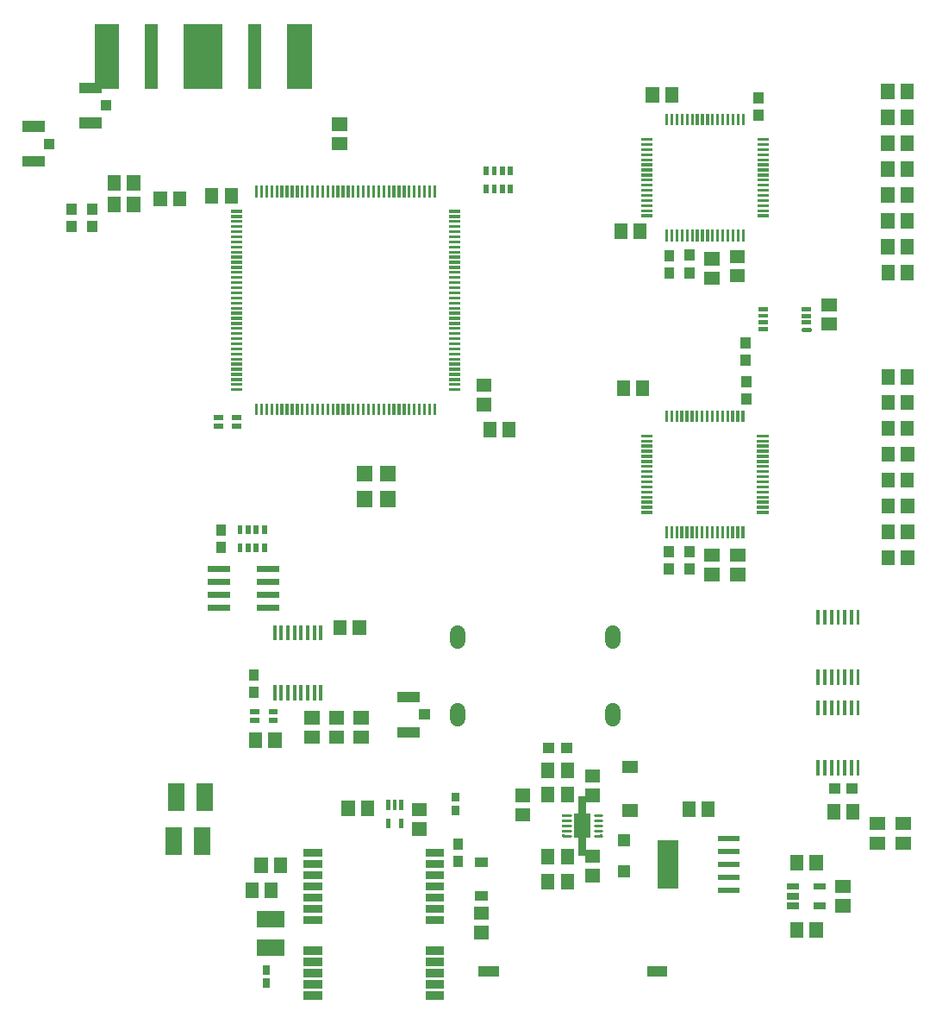
<source format=gbr>
G04 start of page 12 for group -4015 idx -4015 *
G04 Title: (unknown), toppaste *
G04 Creator: pcb 20091103 *
G04 CreationDate: Mon 12 Dec 2011 01:01:08 AM GMT UTC *
G04 For: haunma *
G04 Format: Gerber/RS-274X *
G04 PCB-Dimensions: 360000 400000 *
G04 PCB-Coordinate-Origin: lower left *
%MOIN*%
%FSLAX25Y25*%
%LNFRONTPASTE*%
%ADD11C,0.0200*%
%ADD13C,0.0100*%
%ADD19C,0.0160*%
%ADD23C,0.0600*%
%ADD52R,0.0512X0.0512*%
%ADD53R,0.0154X0.0154*%
%ADD54R,0.0276X0.0276*%
%ADD55R,0.0315X0.0315*%
%ADD56R,0.0394X0.0394*%
%ADD57R,0.0591X0.0591*%
%ADD58R,0.0394X0.0394*%
%ADD59R,0.0413X0.0413*%
%ADD60R,0.0360X0.0360*%
%ADD61R,0.0650X0.0650*%
%ADD62R,0.0307X0.0307*%
%ADD63R,0.0472X0.0472*%
%ADD64R,0.0831X0.0831*%
%ADD65R,0.0201X0.0201*%
%ADD66R,0.0130X0.0130*%
%ADD67R,0.0240X0.0240*%
%ADD68R,0.0197X0.0197*%
%ADD69R,0.0110X0.0110*%
%ADD70R,0.0950X0.0950*%
%ADD71R,0.0500X0.0500*%
%ADD72R,0.0630X0.0630*%
%ADD73R,0.0160X0.0160*%
G54D56*X24000Y327943D02*Y327549D01*
Y321251D02*Y320857D01*
G54D58*X37206Y367900D02*X37402D01*
G54D59*X29036Y374691D02*X33564D01*
X29036Y361109D02*X33564D01*
G54D58*X15206Y353000D02*X15402D01*
G54D59*X7036Y359791D02*X11564D01*
X7036Y346209D02*X11564D01*
G54D52*X95200Y123100D02*Y122314D01*
X102680Y123100D02*Y122314D01*
G54D56*X173500Y75851D02*Y75457D01*
Y82543D02*Y82149D01*
G54D54*X172500Y100952D02*Y100165D01*
Y95835D02*Y95048D01*
G54D52*X116707Y131240D02*X117493D01*
X116707Y123760D02*X117493D01*
G54D60*X181900Y62550D02*X183100D01*
X181900Y75450D02*X183100D01*
G54D52*X93760Y65093D02*Y64307D01*
X101240Y65093D02*Y64307D01*
X97360Y74693D02*Y73907D01*
X104840Y74693D02*Y73907D01*
G54D55*X115409Y79059D02*X119346D01*
X115409Y74728D02*X119346D01*
X115409Y70398D02*X119346D01*
X115409Y66067D02*X119346D01*
X115409Y61736D02*X119346D01*
X115409Y57406D02*X119346D01*
X115409Y53075D02*X119346D01*
X115409Y41264D02*X119346D01*
X115409Y36933D02*X119346D01*
X115409Y32602D02*X119346D01*
X115409Y28272D02*X119346D01*
X115409Y23941D02*X119346D01*
X162654D02*X166591D01*
X162654Y28272D02*X166591D01*
X162654Y32602D02*X166591D01*
X162654Y36933D02*X166591D01*
X162654Y41264D02*X166591D01*
X162654Y53075D02*X166591D01*
X162654Y57406D02*X166591D01*
X162654Y61736D02*X166591D01*
X162654Y66067D02*X166591D01*
X162654Y70398D02*X166591D01*
X162654Y74728D02*X166591D01*
X162654Y79059D02*X166591D01*
G54D54*X99400Y29135D02*Y28348D01*
Y34252D02*Y33465D01*
G54D72*X74511Y85865D02*Y81535D01*
X63489Y85865D02*Y81535D01*
G54D56*X183398Y33398D02*X187335D01*
X248555D02*X252492D01*
G54D52*X182107Y48260D02*X182893D01*
X182107Y55740D02*X182893D01*
G54D53*X151559Y98744D02*Y96342D01*
X149000Y98744D02*Y96342D01*
X146441Y98744D02*Y96342D01*
Y91658D02*Y89256D01*
X151559Y91658D02*Y89256D01*
G54D72*X98935Y42389D02*X103265D01*
X98935Y53411D02*X103265D01*
X75511Y102665D02*Y98335D01*
X64489Y102665D02*Y98335D01*
G54D65*X275162Y64500D02*X281460D01*
X275162Y69500D02*X281460D01*
X275162Y74500D02*X281460D01*
X275162Y79500D02*X281460D01*
X275162Y84500D02*X281460D01*
G54D64*X254689Y79638D02*Y69362D01*
G54D13*X214132Y93485D02*X216847D01*
G54D11*G36*
X213632Y93985D02*Y92985D01*
X214632D01*
Y93985D01*
X213632D01*
G37*
G54D13*X214132Y91516D02*X216847D01*
G54D11*G36*
X213632Y92016D02*Y91016D01*
X214632D01*
Y92016D01*
X213632D01*
G37*
G54D13*X214132Y89548D02*X216847D01*
G54D11*G36*
X213632Y90048D02*Y89048D01*
X214632D01*
Y90048D01*
X213632D01*
G37*
G54D13*X214132Y87580D02*X216847D01*
G54D11*G36*
X213632Y88080D02*Y87080D01*
X214632D01*
Y88080D01*
X213632D01*
G37*
G54D13*X214132Y85611D02*X216847D01*
G54D11*G36*
X213632Y86111D02*Y85111D01*
X214632D01*
Y86111D01*
X213632D01*
G37*
G54D13*X226217Y85611D02*X228932D01*
G54D11*G36*
X228432Y86111D02*Y85111D01*
X229432D01*
Y86111D01*
X228432D01*
G37*
G54D13*X226217Y87580D02*X228932D01*
G54D11*G36*
X228432Y88080D02*Y87080D01*
X229432D01*
Y88080D01*
X228432D01*
G37*
G54D13*X226217Y89548D02*X228932D01*
G54D11*G36*
X228432Y90048D02*Y89048D01*
X229432D01*
Y90048D01*
X228432D01*
G37*
G54D13*X226217Y91516D02*X228932D01*
G54D11*G36*
X228432Y92016D02*Y91016D01*
X229432D01*
Y92016D01*
X228432D01*
G37*
G54D13*X226217Y93485D02*X228932D01*
G54D11*G36*
X228432Y93985D02*Y92985D01*
X229432D01*
Y93985D01*
X228432D01*
G37*
G54D61*X221532Y91024D02*Y88072D01*
G54D62*Y99548D02*Y79548D01*
G54D11*G36*
X235238Y86168D02*Y81444D01*
X239962D01*
Y86168D01*
X235238D01*
G37*
G36*
Y74356D02*Y69632D01*
X239962D01*
Y74356D01*
X235238D01*
G37*
G54D56*X215149Y119500D02*X215543D01*
X208457D02*X208851D01*
G54D52*X225107Y108740D02*X225893D01*
X225107Y101260D02*X225893D01*
G54D56*X255176Y310129D02*Y309735D01*
Y303437D02*Y303043D01*
G54D69*X283663Y249534D02*Y246136D01*
X281695Y249534D02*Y246136D01*
X279726Y249534D02*Y246136D01*
X277758Y249534D02*Y246136D01*
X275789Y249534D02*Y246136D01*
X273821Y249534D02*Y246136D01*
X271852Y249534D02*Y246136D01*
X269884Y249534D02*Y246136D01*
X267915Y249534D02*Y246136D01*
X265947Y249534D02*Y246136D01*
X263978Y249534D02*Y246136D01*
X262010Y249534D02*Y246136D01*
X260041Y249534D02*Y246136D01*
X258073Y249534D02*Y246136D01*
X256104Y249534D02*Y246136D01*
X254136Y249534D02*Y246136D01*
X244766Y240163D02*X248164D01*
X244766Y238195D02*X248164D01*
X244766Y236226D02*X248164D01*
X244766Y234258D02*X248164D01*
X244766Y232289D02*X248164D01*
X244766Y230321D02*X248164D01*
X244766Y228352D02*X248164D01*
X244766Y226384D02*X248164D01*
X244766Y224415D02*X248164D01*
X244766Y222447D02*X248164D01*
X244766Y220478D02*X248164D01*
X244766Y218510D02*X248164D01*
X244766Y216541D02*X248164D01*
X244766Y214573D02*X248164D01*
X244766Y212604D02*X248164D01*
X244766Y210636D02*X248164D01*
X254137Y204664D02*Y201266D01*
X256105Y204664D02*Y201266D01*
X258074Y204664D02*Y201266D01*
X260042Y204664D02*Y201266D01*
X262011Y204664D02*Y201266D01*
X263979Y204664D02*Y201266D01*
X265948Y204664D02*Y201266D01*
X267916Y204664D02*Y201266D01*
X269885Y204664D02*Y201266D01*
X271853Y204664D02*Y201266D01*
X273822Y204664D02*Y201266D01*
X275790Y204664D02*Y201266D01*
X277759Y204664D02*Y201266D01*
X279727Y204664D02*Y201266D01*
X281696Y204664D02*Y201266D01*
X283664Y204664D02*Y201266D01*
X289636Y210637D02*X293034D01*
X289636Y212605D02*X293034D01*
X289636Y214574D02*X293034D01*
X289636Y216542D02*X293034D01*
X289636Y218511D02*X293034D01*
X289636Y220479D02*X293034D01*
X289636Y222448D02*X293034D01*
X289636Y224416D02*X293034D01*
X289636Y226385D02*X293034D01*
X289636Y228353D02*X293034D01*
X289636Y230322D02*X293034D01*
X289636Y232290D02*X293034D01*
X289636Y234259D02*X293034D01*
X289636Y236227D02*X293034D01*
X289636Y238196D02*X293034D01*
X289636Y240164D02*X293034D01*
G54D56*X262893Y195503D02*Y195109D01*
Y188811D02*Y188417D01*
X255100Y195543D02*Y195149D01*
Y188851D02*Y188457D01*
G54D52*X198107Y93760D02*X198893D01*
X198107Y101240D02*X198893D01*
X281207Y194040D02*X281993D01*
X281207Y186560D02*X281993D01*
X347340Y193493D02*Y192707D01*
X339860Y193493D02*Y192707D01*
X347260Y303593D02*Y302807D01*
X339780Y303593D02*Y302807D01*
G54D56*X263000Y310143D02*Y309749D01*
Y303451D02*Y303057D01*
G54D68*X80070Y247174D02*X81645D01*
X80070Y244026D02*X81645D01*
X87155D02*X88730D01*
X87155Y247174D02*X88730D01*
G54D52*X339620Y373586D02*Y372800D01*
X347100Y373586D02*Y372800D01*
G54D66*X312823Y149189D02*Y144583D01*
X315382Y149189D02*Y144583D01*
X317941Y149189D02*Y144583D01*
X320500Y149189D02*Y144583D01*
X323059Y149189D02*Y144583D01*
X325618Y149189D02*Y144583D01*
X328177Y149189D02*Y144583D01*
Y172417D02*Y167811D01*
X325618Y172417D02*Y167811D01*
X323059Y172417D02*Y167811D01*
X320500Y172417D02*Y167811D01*
X317941Y172417D02*Y167811D01*
X315382Y172417D02*Y167811D01*
X312823Y172417D02*Y167811D01*
Y114189D02*Y109583D01*
X315382Y114189D02*Y109583D01*
X317941Y114189D02*Y109583D01*
X320500Y114189D02*Y109583D01*
X323059Y114189D02*Y109583D01*
X325618Y114189D02*Y109583D01*
X328177Y114189D02*Y109583D01*
Y137417D02*Y132811D01*
X325618Y137417D02*Y132811D01*
X323059Y137417D02*Y132811D01*
X320500Y137417D02*Y132811D01*
X317941Y137417D02*Y132811D01*
X315382Y137417D02*Y132811D01*
X312823Y137417D02*Y132811D01*
G54D52*X347200Y313600D02*Y312814D01*
X339720Y313600D02*Y312814D01*
G54D69*X283763Y364134D02*Y360736D01*
X281795Y364134D02*Y360736D01*
X279826Y364134D02*Y360736D01*
X277858Y364134D02*Y360736D01*
X275889Y364134D02*Y360736D01*
X273921Y364134D02*Y360736D01*
X271952Y364134D02*Y360736D01*
X269984Y364134D02*Y360736D01*
X268015Y364134D02*Y360736D01*
X266047Y364134D02*Y360736D01*
X264078Y364134D02*Y360736D01*
X262110Y364134D02*Y360736D01*
X260141Y364134D02*Y360736D01*
X258173Y364134D02*Y360736D01*
X256204Y364134D02*Y360736D01*
X254236Y364134D02*Y360736D01*
X244866Y354763D02*X248264D01*
X244866Y352795D02*X248264D01*
X244866Y350826D02*X248264D01*
X244866Y348858D02*X248264D01*
X244866Y346889D02*X248264D01*
X244866Y344921D02*X248264D01*
X244866Y342952D02*X248264D01*
X244866Y340984D02*X248264D01*
X244866Y339015D02*X248264D01*
X244866Y337047D02*X248264D01*
X244866Y335078D02*X248264D01*
X244866Y333110D02*X248264D01*
X244866Y331141D02*X248264D01*
X244866Y329173D02*X248264D01*
X244866Y327204D02*X248264D01*
X244866Y325236D02*X248264D01*
X254237Y319264D02*Y315866D01*
X256205Y319264D02*Y315866D01*
X258174Y319264D02*Y315866D01*
X260142Y319264D02*Y315866D01*
X262111Y319264D02*Y315866D01*
X264079Y319264D02*Y315866D01*
X266048Y319264D02*Y315866D01*
X268016Y319264D02*Y315866D01*
X269985Y319264D02*Y315866D01*
X271953Y319264D02*Y315866D01*
X273922Y319264D02*Y315866D01*
X275890Y319264D02*Y315866D01*
X277859Y319264D02*Y315866D01*
X279827Y319264D02*Y315866D01*
X281796Y319264D02*Y315866D01*
X283764Y319264D02*Y315866D01*
X289736Y325237D02*X293134D01*
X289736Y327205D02*X293134D01*
X289736Y329174D02*X293134D01*
X289736Y331142D02*X293134D01*
X289736Y333111D02*X293134D01*
X289736Y335079D02*X293134D01*
X289736Y337048D02*X293134D01*
X289736Y339016D02*X293134D01*
X289736Y340985D02*X293134D01*
X289736Y342953D02*X293134D01*
X289736Y344922D02*X293134D01*
X289736Y346890D02*X293134D01*
X289736Y348859D02*X293134D01*
X289736Y350827D02*X293134D01*
X289736Y352796D02*X293134D01*
X289736Y354764D02*X293134D01*
G54D52*X312000Y49686D02*Y48900D01*
X304520Y49686D02*Y48900D01*
X215740Y77893D02*Y77107D01*
X208260Y77893D02*Y77107D01*
G54D68*X101195Y130333D02*X102770D01*
X101195Y133481D02*X102770D01*
X94110D02*X95685D01*
X94110Y130333D02*X95685D01*
G54D67*X301910Y65993D02*X304310D01*
X301910Y62293D02*X304310D01*
X301910Y58593D02*X304310D01*
X312210D02*X314610D01*
X312210Y65993D02*X314610D01*
G54D52*X127838Y166475D02*Y165689D01*
X135318Y166475D02*Y165689D01*
X135607Y131240D02*X136393D01*
X135607Y123760D02*X136393D01*
G54D56*X94500Y148043D02*Y147649D01*
Y141351D02*Y140957D01*
G54D63*X239212Y95435D02*X240788D01*
X239212Y112365D02*X240788D01*
G54D66*X102544Y143189D02*Y138583D01*
X105103Y143189D02*Y138583D01*
X107662Y143189D02*Y138583D01*
X110221Y143189D02*Y138583D01*
X112779Y143189D02*Y138583D01*
X115338Y143189D02*Y138583D01*
X117897Y143189D02*Y138583D01*
X120456Y143189D02*Y138583D01*
Y166417D02*Y161811D01*
X117897Y166417D02*Y161811D01*
X115338Y166417D02*Y161811D01*
X112779Y166417D02*Y161811D01*
X110221Y166417D02*Y161811D01*
X107662Y166417D02*Y161811D01*
X105103Y166417D02*Y161811D01*
X102544Y166417D02*Y161811D01*
G54D67*X77838Y188689D02*X84138D01*
X77838Y183689D02*X84138D01*
X77838Y178689D02*X84138D01*
X77838Y173689D02*X84138D01*
X96738D02*X103038D01*
X96738Y178689D02*X103038D01*
X96738Y183689D02*X103038D01*
X96738Y188689D02*X103038D01*
G54D52*X270240Y96393D02*Y95607D01*
X262760Y96393D02*Y95607D01*
G54D56*X285100Y254751D02*Y254357D01*
Y261443D02*Y261049D01*
G54D52*X347200Y323600D02*Y322814D01*
X339720Y323600D02*Y322814D01*
X339700Y343586D02*Y342800D01*
X347180Y343586D02*Y342800D01*
X236460Y319593D02*Y318807D01*
X243940Y319593D02*Y318807D01*
X183107Y259740D02*X183893D01*
X183107Y252260D02*X183893D01*
X271207Y308640D02*X271993D01*
X271207Y301160D02*X271993D01*
X281107Y309540D02*X281893D01*
X281107Y302060D02*X281893D01*
G54D69*X86181Y326948D02*X89579D01*
X86181Y324980D02*X89579D01*
X86181Y323011D02*X89579D01*
X86181Y321043D02*X89579D01*
X86181Y319074D02*X89579D01*
X86181Y317106D02*X89579D01*
X86181Y315137D02*X89579D01*
X86181Y313169D02*X89579D01*
X86181Y311200D02*X89579D01*
X86181Y309232D02*X89579D01*
X86181Y307263D02*X89579D01*
X86181Y305295D02*X89579D01*
X86181Y303326D02*X89579D01*
X86181Y301358D02*X89579D01*
X86181Y299389D02*X89579D01*
X86181Y297421D02*X89579D01*
X86181Y295452D02*X89579D01*
X86181Y293484D02*X89579D01*
X86181Y291515D02*X89579D01*
X86181Y289547D02*X89579D01*
X86181Y287578D02*X89579D01*
X86181Y285610D02*X89579D01*
X86181Y283641D02*X89579D01*
X86181Y281673D02*X89579D01*
X86181Y279704D02*X89579D01*
X86181Y277736D02*X89579D01*
X86181Y275767D02*X89579D01*
X86181Y273799D02*X89579D01*
X86181Y271830D02*X89579D01*
X86181Y269862D02*X89579D01*
X86181Y267893D02*X89579D01*
X86181Y265925D02*X89579D01*
X86181Y263956D02*X89579D01*
X86181Y261988D02*X89579D01*
X86181Y260019D02*X89579D01*
X86181Y258051D02*X89579D01*
X95552Y252079D02*Y248681D01*
X97520Y252079D02*Y248681D01*
X99489Y252079D02*Y248681D01*
X101457Y252079D02*Y248681D01*
X103426Y252079D02*Y248681D01*
X105394Y252079D02*Y248681D01*
X107363Y252079D02*Y248681D01*
X109331Y252079D02*Y248681D01*
X111300Y252079D02*Y248681D01*
X113268Y252079D02*Y248681D01*
X115237Y252079D02*Y248681D01*
X117205Y252079D02*Y248681D01*
X119174Y252079D02*Y248681D01*
X121142Y252079D02*Y248681D01*
X123111Y252079D02*Y248681D01*
X125079Y252079D02*Y248681D01*
X127048Y252079D02*Y248681D01*
X129016Y252079D02*Y248681D01*
X130985Y252079D02*Y248681D01*
X132953Y252079D02*Y248681D01*
X134922Y252079D02*Y248681D01*
X136890Y252079D02*Y248681D01*
X138859Y252079D02*Y248681D01*
X140827Y252079D02*Y248681D01*
X142796Y252079D02*Y248681D01*
X144764Y252079D02*Y248681D01*
X146733Y252079D02*Y248681D01*
X148701Y252079D02*Y248681D01*
X150670Y252079D02*Y248681D01*
X152638Y252079D02*Y248681D01*
X154607Y252079D02*Y248681D01*
X156575Y252079D02*Y248681D01*
X158544Y252079D02*Y248681D01*
X160512Y252079D02*Y248681D01*
X162481Y252079D02*Y248681D01*
X164449Y252079D02*Y248681D01*
X170421Y258052D02*X173819D01*
X170421Y260020D02*X173819D01*
X170421Y261989D02*X173819D01*
X170421Y263957D02*X173819D01*
X170421Y265926D02*X173819D01*
X170421Y267894D02*X173819D01*
X170421Y269863D02*X173819D01*
X170421Y271831D02*X173819D01*
X170421Y273800D02*X173819D01*
X170421Y275768D02*X173819D01*
X170421Y277737D02*X173819D01*
X170421Y279705D02*X173819D01*
X170421Y281674D02*X173819D01*
X170421Y283642D02*X173819D01*
X170421Y285611D02*X173819D01*
X170421Y287579D02*X173819D01*
X170421Y289548D02*X173819D01*
X170421Y291516D02*X173819D01*
X170421Y293485D02*X173819D01*
X170421Y295453D02*X173819D01*
X170421Y297422D02*X173819D01*
X170421Y299390D02*X173819D01*
X170421Y301359D02*X173819D01*
X170421Y303327D02*X173819D01*
X170421Y305296D02*X173819D01*
X170421Y307264D02*X173819D01*
X170421Y309233D02*X173819D01*
X170421Y311201D02*X173819D01*
X170421Y313170D02*X173819D01*
X170421Y315138D02*X173819D01*
X170421Y317107D02*X173819D01*
X170421Y319075D02*X173819D01*
X170421Y321044D02*X173819D01*
X170421Y323012D02*X173819D01*
X170421Y324981D02*X173819D01*
X170421Y326949D02*X173819D01*
X164448Y336319D02*Y332921D01*
X162480Y336319D02*Y332921D01*
X160511Y336319D02*Y332921D01*
X158543Y336319D02*Y332921D01*
X156574Y336319D02*Y332921D01*
X154606Y336319D02*Y332921D01*
X152637Y336319D02*Y332921D01*
X150669Y336319D02*Y332921D01*
X148700Y336319D02*Y332921D01*
X146732Y336319D02*Y332921D01*
X144763Y336319D02*Y332921D01*
X142795Y336319D02*Y332921D01*
X140826Y336319D02*Y332921D01*
X138858Y336319D02*Y332921D01*
X136889Y336319D02*Y332921D01*
X134921Y336319D02*Y332921D01*
X132952Y336319D02*Y332921D01*
X130984Y336319D02*Y332921D01*
X129015Y336319D02*Y332921D01*
X127047Y336319D02*Y332921D01*
X125078Y336319D02*Y332921D01*
X123110Y336319D02*Y332921D01*
X121141Y336319D02*Y332921D01*
X119173Y336319D02*Y332921D01*
X117204Y336319D02*Y332921D01*
X115236Y336319D02*Y332921D01*
X113267Y336319D02*Y332921D01*
X111299Y336319D02*Y332921D01*
X109330Y336319D02*Y332921D01*
X107362Y336319D02*Y332921D01*
X105393Y336319D02*Y332921D01*
X103425Y336319D02*Y332921D01*
X101456Y336319D02*Y332921D01*
X99488Y336319D02*Y332921D01*
X97519Y336319D02*Y332921D01*
X95551Y336319D02*Y332921D01*
G54D52*X339720Y353586D02*Y352800D01*
X347200Y353586D02*Y352800D01*
X339660Y363593D02*Y362807D01*
X347140Y363593D02*Y362807D01*
X347194Y333600D02*Y332814D01*
X339714Y333600D02*Y332814D01*
X215740Y101893D02*Y101107D01*
X208260Y101893D02*Y101107D01*
Y68393D02*Y67607D01*
X215740Y68393D02*Y67607D01*
X321867Y66033D02*X322653D01*
X321867Y58553D02*X322653D01*
X335307Y90340D02*X336093D01*
X335307Y82860D02*X336093D01*
G54D23*X233500Y164000D02*Y161000D01*
X173500Y164000D02*Y161000D01*
Y134000D02*Y131000D01*
X233500Y134000D02*Y131000D01*
G54D68*X184376Y336345D02*Y334770D01*
X187526Y336345D02*Y334770D01*
X190674Y336345D02*Y334770D01*
X193824Y336345D02*Y334770D01*
Y343430D02*Y341855D01*
X190674Y343430D02*Y341855D01*
X187526Y343430D02*Y341855D01*
X184376Y343430D02*Y341855D01*
G54D58*X160406Y132500D02*X160602D01*
G54D59*X152236Y139291D02*X156764D01*
X152236Y125709D02*X156764D01*
G54D56*X284800Y269751D02*Y269357D01*
Y276443D02*Y276049D01*
X81838Y197391D02*Y196997D01*
Y204083D02*Y203689D01*
G54D52*X225107Y70260D02*X225893D01*
X225107Y77740D02*X225893D01*
G54D68*X89188Y197679D02*Y196104D01*
X92338Y197679D02*Y196104D01*
X95486Y197679D02*Y196104D01*
X98636Y197679D02*Y196104D01*
Y204764D02*Y203189D01*
X95486Y204764D02*Y203189D01*
X92338Y204764D02*Y203189D01*
X89188Y204764D02*Y203189D01*
G54D52*X158107Y88260D02*X158893D01*
X158107Y95740D02*X158893D01*
G54D56*X318957Y104000D02*X319351D01*
X325649D02*X326043D01*
G54D52*X304520Y75686D02*Y74900D01*
X312000Y75686D02*Y74900D01*
G54D56*X32000Y327943D02*Y327549D01*
Y321251D02*Y320857D01*
X289600Y364151D02*Y363757D01*
Y370843D02*Y370449D01*
G54D52*X48040Y330093D02*Y329307D01*
X40560Y330093D02*Y329307D01*
X48040Y338293D02*Y337507D01*
X40560Y338293D02*Y337507D01*
X256140Y372293D02*Y371507D01*
X248660Y372293D02*Y371507D01*
X185760Y242893D02*Y242107D01*
X193240Y242893D02*Y242107D01*
X85740Y333393D02*Y332607D01*
X78260Y333393D02*Y332607D01*
G54D71*X95000Y396700D02*Y376700D01*
G54D70*X77750Y394450D02*Y378950D01*
X112250Y394450D02*Y378950D01*
G54D52*X318760Y95393D02*Y94607D01*
X326240Y95393D02*Y94607D01*
X65840Y332193D02*Y331407D01*
X58360Y332193D02*Y331407D01*
X339800Y243500D02*Y242714D01*
X347280Y243500D02*Y242714D01*
X347300Y203486D02*Y202700D01*
X339820Y203486D02*Y202700D01*
X345307Y90340D02*X346093D01*
X345307Y82860D02*X346093D01*
X347280Y223486D02*Y222700D01*
X339800Y223486D02*Y222700D01*
X339820Y233500D02*Y232714D01*
X347300Y233500D02*Y232714D01*
X339740Y263414D02*Y262628D01*
X347220Y263414D02*Y262628D01*
X339800Y253486D02*Y252700D01*
X347280Y253486D02*Y252700D01*
X347300Y213486D02*Y212700D01*
X339820Y213486D02*Y212700D01*
X316507Y290840D02*X317293D01*
X316507Y283360D02*X317293D01*
X126107Y123760D02*X126893D01*
X126107Y131240D02*X126893D01*
X271307Y194040D02*X272093D01*
X271307Y186560D02*X272093D01*
X127207Y353160D02*X127993D01*
X127207Y360640D02*X127993D01*
G54D71*X55000Y396700D02*Y376700D01*
G54D70*X37750Y394450D02*Y378950D01*
X72250Y394450D02*Y378950D01*
G54D52*X208260Y111393D02*Y110607D01*
X215740Y111393D02*Y110607D01*
G54D57*X146428Y215976D02*Y215582D01*
Y225818D02*Y225424D01*
X137372Y225818D02*Y225424D01*
Y215976D02*Y215582D01*
G54D19*X307100Y281400D02*X309300D01*
G54D73*X307100Y284000D02*X309300D01*
X307100Y286500D02*X309300D01*
X307100Y289100D02*X309300D01*
X290400Y289200D02*X292600D01*
X290400Y286600D02*X292600D01*
X290400Y284100D02*X292600D01*
X290400Y281500D02*X292600D01*
G54D52*X131060Y96693D02*Y95907D01*
X138540Y96693D02*Y95907D01*
X237460Y259093D02*Y258307D01*
X244940Y259093D02*Y258307D01*
M02*

</source>
